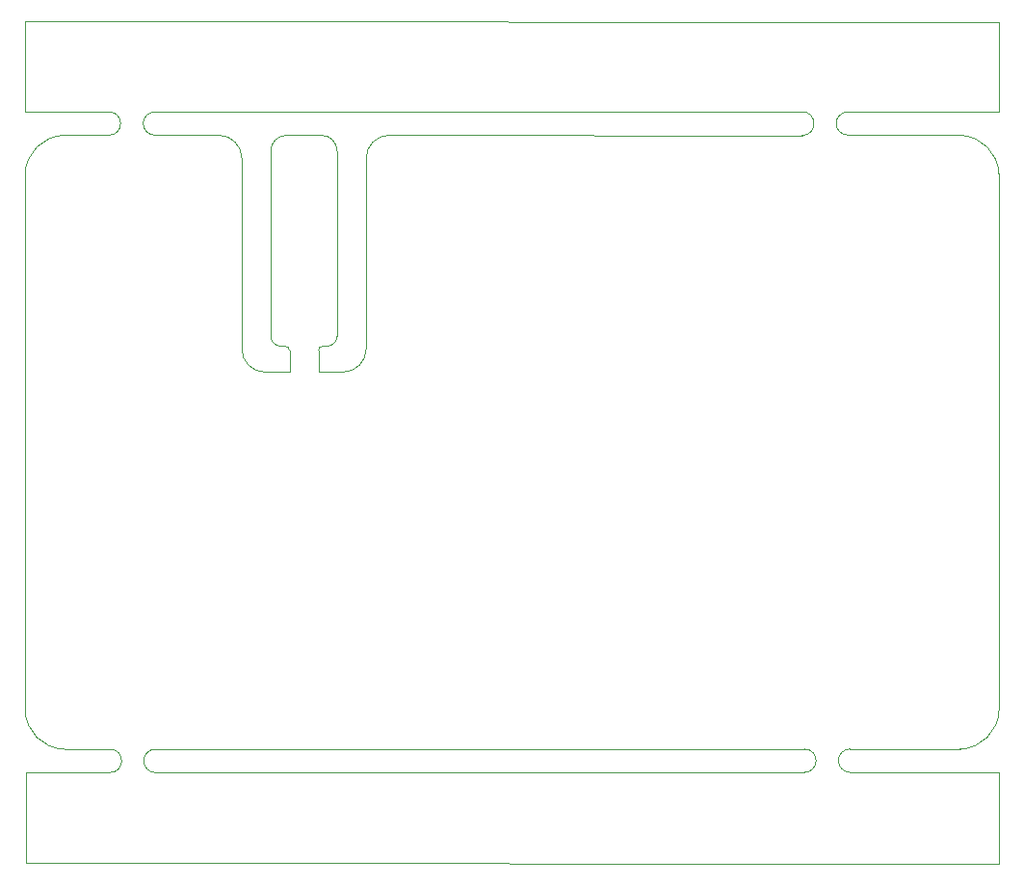
<source format=gbr>
%TF.GenerationSoftware,KiCad,Pcbnew,(6.0.5)*%
%TF.CreationDate,2023-01-16T00:14:01-06:00*%
%TF.ProjectId,NFC_BusinessCard,4e46435f-4275-4736-996e-657373436172,1*%
%TF.SameCoordinates,Original*%
%TF.FileFunction,Profile,NP*%
%FSLAX46Y46*%
G04 Gerber Fmt 4.6, Leading zero omitted, Abs format (unit mm)*
G04 Created by KiCad (PCBNEW (6.0.5)) date 2023-01-16 00:14:01*
%MOMM*%
%LPD*%
G01*
G04 APERTURE LIST*
%TA.AperFunction,Profile*%
%ADD10C,0.050000*%
%TD*%
G04 APERTURE END LIST*
D10*
X66497514Y-28413555D02*
X66500000Y-20450000D01*
X66600000Y-94450000D02*
X152150000Y-94500000D01*
X66500000Y-20450000D02*
X152150000Y-20500000D01*
X96507614Y-49254255D02*
X96507614Y-32490255D01*
X98539614Y-30458314D02*
G75*
G03*
X96507614Y-32490255I-14J-2031986D01*
G01*
X89776614Y-49381255D02*
X89776614Y-51286255D01*
X148704616Y-84433311D02*
G75*
G03*
X152133613Y-81004256I-97916J3526911D01*
G01*
X134823514Y-28388155D02*
X77927514Y-28413555D01*
X148704614Y-30458255D02*
X138836714Y-30445555D01*
X66535614Y-81004255D02*
X66535614Y-33887255D01*
X73993514Y-86487542D02*
X66599114Y-86503355D01*
X135033514Y-86462294D02*
G75*
G03*
X135043514Y-84422155I-14J1020094D01*
G01*
X73993514Y-86487632D02*
G75*
G03*
X73995315Y-84436770I-14J1025432D01*
G01*
X85585645Y-32490255D02*
G75*
G03*
X83553614Y-30458255I-2032045J-45D01*
G01*
X94475614Y-51286314D02*
G75*
G03*
X96507614Y-49254255I-14J2032014D01*
G01*
X73914314Y-30445645D02*
G75*
G03*
X73914314Y-28413555I-14J1016045D01*
G01*
X152146314Y-28388155D02*
X138836714Y-28413555D01*
X92316614Y-51286255D02*
X94475614Y-51286255D01*
X66599114Y-86503355D02*
X66600000Y-94450000D01*
X73995315Y-84436770D02*
X69964612Y-84433255D01*
X152133644Y-33887254D02*
G75*
G03*
X148704614Y-30458255I-3526944J-97946D01*
G01*
X93967614Y-48111255D02*
X93967614Y-31855255D01*
X138836714Y-28413645D02*
G75*
G03*
X138836714Y-30445555I-14J-1015955D01*
G01*
X85585614Y-49254255D02*
X85585614Y-32490255D01*
X152146314Y-86452555D02*
X152150000Y-94500000D01*
X87617614Y-51286255D02*
X89776614Y-51286255D01*
X152150000Y-20500000D02*
X152146314Y-28388155D01*
X135033514Y-86462204D02*
X77993514Y-86492155D01*
X69964614Y-30458255D02*
X73914314Y-30445555D01*
X148704614Y-84433255D02*
X139033514Y-84422155D01*
X83553614Y-30458255D02*
X77927514Y-30445555D01*
X88125614Y-48111255D02*
X88125614Y-31855255D01*
X98539614Y-30458255D02*
X134823514Y-30470955D01*
X139033514Y-84422245D02*
G75*
G03*
X139033514Y-86462155I-14J-1019955D01*
G01*
X77993514Y-84432245D02*
G75*
G03*
X77993514Y-86492155I-14J-1029955D01*
G01*
X85585645Y-49254255D02*
G75*
G03*
X87617614Y-51286255I2031955J-45D01*
G01*
X73914314Y-28413555D02*
X66497514Y-28413555D01*
X93967645Y-31855255D02*
G75*
G03*
X92570614Y-30458255I-1397045J-45D01*
G01*
X89014614Y-49000255D02*
X89395614Y-49000255D01*
X89776645Y-49381255D02*
G75*
G03*
X89395614Y-49000255I-381045J-45D01*
G01*
X69964614Y-30458253D02*
G75*
G03*
X66535613Y-33887254I97896J-3526897D01*
G01*
X92316614Y-49381255D02*
X92316614Y-51286255D01*
X92697614Y-49000255D02*
X93078614Y-49000255D01*
X88125645Y-48111255D02*
G75*
G03*
X89014614Y-49000255I888955J-45D01*
G01*
X89522614Y-30458255D02*
X92570614Y-30458255D01*
X92697614Y-49000314D02*
G75*
G03*
X92316614Y-49381255I-14J-380986D01*
G01*
X134823514Y-30471045D02*
G75*
G03*
X134823514Y-28388155I-14J1041445D01*
G01*
X139033514Y-86462155D02*
X152146314Y-86452555D01*
X66535644Y-81004254D02*
G75*
G03*
X69964612Y-84433255I3526856J97854D01*
G01*
X93078614Y-49000314D02*
G75*
G03*
X93967614Y-48111255I-14J889014D01*
G01*
X152133614Y-33887255D02*
X152133614Y-81004255D01*
X77927514Y-28413645D02*
G75*
G03*
X77927514Y-30445555I-14J-1015955D01*
G01*
X89522614Y-30458314D02*
G75*
G03*
X88125614Y-31855255I-14J-1396986D01*
G01*
X135043514Y-84422155D02*
X77993514Y-84432155D01*
M02*

</source>
